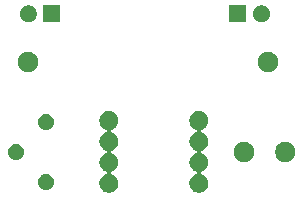
<source format=gbs>
G04 #@! TF.GenerationSoftware,KiCad,Pcbnew,(5.1.5)-3*
G04 #@! TF.CreationDate,2020-05-23T13:54:13+05:30*
G04 #@! TF.ProjectId,555 square wave,35353520-7371-4756-9172-652077617665,rev?*
G04 #@! TF.SameCoordinates,Original*
G04 #@! TF.FileFunction,Soldermask,Bot*
G04 #@! TF.FilePolarity,Negative*
%FSLAX46Y46*%
G04 Gerber Fmt 4.6, Leading zero omitted, Abs format (unit mm)*
G04 Created by KiCad (PCBNEW (5.1.5)-3) date 2020-05-23 13:54:13*
%MOMM*%
%LPD*%
G04 APERTURE LIST*
%ADD10C,0.100000*%
G04 APERTURE END LIST*
D10*
G36*
X127487642Y-99190781D02*
G01*
X127633414Y-99251162D01*
X127633416Y-99251163D01*
X127764608Y-99338822D01*
X127876178Y-99450392D01*
X127940750Y-99547032D01*
X127963838Y-99581586D01*
X128024219Y-99727358D01*
X128055000Y-99882107D01*
X128055000Y-100039893D01*
X128024219Y-100194642D01*
X127963838Y-100340414D01*
X127963837Y-100340416D01*
X127876178Y-100471608D01*
X127764608Y-100583178D01*
X127633416Y-100670837D01*
X127633415Y-100670838D01*
X127633414Y-100670838D01*
X127489339Y-100730516D01*
X127467728Y-100742067D01*
X127448786Y-100757612D01*
X127433241Y-100776554D01*
X127421690Y-100798165D01*
X127414577Y-100821614D01*
X127412175Y-100846000D01*
X127414577Y-100870386D01*
X127421690Y-100893835D01*
X127433241Y-100915446D01*
X127448786Y-100934388D01*
X127467728Y-100949933D01*
X127489339Y-100961484D01*
X127633414Y-101021162D01*
X127633416Y-101021163D01*
X127764608Y-101108822D01*
X127876178Y-101220392D01*
X127963837Y-101351584D01*
X127963838Y-101351586D01*
X128024219Y-101497358D01*
X128055000Y-101652107D01*
X128055000Y-101809893D01*
X128024219Y-101964642D01*
X128004393Y-102012505D01*
X127963837Y-102110416D01*
X127876178Y-102241608D01*
X127764608Y-102353178D01*
X127633416Y-102440837D01*
X127633415Y-102440838D01*
X127633414Y-102440838D01*
X127489339Y-102500516D01*
X127467728Y-102512067D01*
X127448786Y-102527612D01*
X127433241Y-102546554D01*
X127421690Y-102568165D01*
X127414577Y-102591614D01*
X127412175Y-102616000D01*
X127414577Y-102640386D01*
X127421690Y-102663835D01*
X127433241Y-102685446D01*
X127448786Y-102704388D01*
X127467728Y-102719933D01*
X127489339Y-102731484D01*
X127633414Y-102791162D01*
X127633416Y-102791163D01*
X127764608Y-102878822D01*
X127876178Y-102990392D01*
X127916081Y-103050112D01*
X127963838Y-103121586D01*
X128024219Y-103267358D01*
X128055000Y-103422107D01*
X128055000Y-103579893D01*
X128024219Y-103734642D01*
X127963838Y-103880414D01*
X127963837Y-103880416D01*
X127876178Y-104011608D01*
X127764608Y-104123178D01*
X127633416Y-104210837D01*
X127633415Y-104210838D01*
X127633414Y-104210838D01*
X127489339Y-104270516D01*
X127467728Y-104282067D01*
X127448786Y-104297612D01*
X127433241Y-104316554D01*
X127421690Y-104338165D01*
X127414577Y-104361614D01*
X127412175Y-104386000D01*
X127414577Y-104410386D01*
X127421690Y-104433835D01*
X127433241Y-104455446D01*
X127448786Y-104474388D01*
X127467728Y-104489933D01*
X127489339Y-104501484D01*
X127633414Y-104561162D01*
X127633416Y-104561163D01*
X127764608Y-104648822D01*
X127876178Y-104760392D01*
X127924977Y-104833426D01*
X127963838Y-104891586D01*
X128024219Y-105037358D01*
X128055000Y-105192107D01*
X128055000Y-105349893D01*
X128024219Y-105504642D01*
X127988816Y-105590112D01*
X127963837Y-105650416D01*
X127876178Y-105781608D01*
X127764608Y-105893178D01*
X127633416Y-105980837D01*
X127633415Y-105980838D01*
X127633414Y-105980838D01*
X127487642Y-106041219D01*
X127332893Y-106072000D01*
X127175107Y-106072000D01*
X127020358Y-106041219D01*
X126874586Y-105980838D01*
X126874585Y-105980838D01*
X126874584Y-105980837D01*
X126743392Y-105893178D01*
X126631822Y-105781608D01*
X126544163Y-105650416D01*
X126519184Y-105590112D01*
X126483781Y-105504642D01*
X126453000Y-105349893D01*
X126453000Y-105192107D01*
X126483781Y-105037358D01*
X126544162Y-104891586D01*
X126583023Y-104833426D01*
X126631822Y-104760392D01*
X126743392Y-104648822D01*
X126874584Y-104561163D01*
X126874586Y-104561162D01*
X127018661Y-104501484D01*
X127040272Y-104489933D01*
X127059214Y-104474388D01*
X127074759Y-104455446D01*
X127086310Y-104433835D01*
X127093423Y-104410386D01*
X127095825Y-104386000D01*
X127093423Y-104361614D01*
X127086310Y-104338165D01*
X127074759Y-104316554D01*
X127059214Y-104297612D01*
X127040272Y-104282067D01*
X127018661Y-104270516D01*
X126874586Y-104210838D01*
X126874585Y-104210838D01*
X126874584Y-104210837D01*
X126743392Y-104123178D01*
X126631822Y-104011608D01*
X126544163Y-103880416D01*
X126544162Y-103880414D01*
X126483781Y-103734642D01*
X126453000Y-103579893D01*
X126453000Y-103422107D01*
X126483781Y-103267358D01*
X126544162Y-103121586D01*
X126591919Y-103050112D01*
X126631822Y-102990392D01*
X126743392Y-102878822D01*
X126874584Y-102791163D01*
X126874586Y-102791162D01*
X127018661Y-102731484D01*
X127040272Y-102719933D01*
X127059214Y-102704388D01*
X127074759Y-102685446D01*
X127086310Y-102663835D01*
X127093423Y-102640386D01*
X127095825Y-102616000D01*
X127093423Y-102591614D01*
X127086310Y-102568165D01*
X127074759Y-102546554D01*
X127059214Y-102527612D01*
X127040272Y-102512067D01*
X127018661Y-102500516D01*
X126874586Y-102440838D01*
X126874585Y-102440838D01*
X126874584Y-102440837D01*
X126743392Y-102353178D01*
X126631822Y-102241608D01*
X126544163Y-102110416D01*
X126503607Y-102012505D01*
X126483781Y-101964642D01*
X126453000Y-101809893D01*
X126453000Y-101652107D01*
X126483781Y-101497358D01*
X126544162Y-101351586D01*
X126544163Y-101351584D01*
X126631822Y-101220392D01*
X126743392Y-101108822D01*
X126874584Y-101021163D01*
X126874586Y-101021162D01*
X127018661Y-100961484D01*
X127040272Y-100949933D01*
X127059214Y-100934388D01*
X127074759Y-100915446D01*
X127086310Y-100893835D01*
X127093423Y-100870386D01*
X127095825Y-100846000D01*
X127093423Y-100821614D01*
X127086310Y-100798165D01*
X127074759Y-100776554D01*
X127059214Y-100757612D01*
X127040272Y-100742067D01*
X127018661Y-100730516D01*
X126874586Y-100670838D01*
X126874585Y-100670838D01*
X126874584Y-100670837D01*
X126743392Y-100583178D01*
X126631822Y-100471608D01*
X126544163Y-100340416D01*
X126544162Y-100340414D01*
X126483781Y-100194642D01*
X126453000Y-100039893D01*
X126453000Y-99882107D01*
X126483781Y-99727358D01*
X126544162Y-99581586D01*
X126567250Y-99547032D01*
X126631822Y-99450392D01*
X126743392Y-99338822D01*
X126874584Y-99251163D01*
X126874586Y-99251162D01*
X127020358Y-99190781D01*
X127175107Y-99160000D01*
X127332893Y-99160000D01*
X127487642Y-99190781D01*
G37*
G36*
X135107642Y-99190781D02*
G01*
X135253414Y-99251162D01*
X135253416Y-99251163D01*
X135384608Y-99338822D01*
X135496178Y-99450392D01*
X135560750Y-99547032D01*
X135583838Y-99581586D01*
X135644219Y-99727358D01*
X135675000Y-99882107D01*
X135675000Y-100039893D01*
X135644219Y-100194642D01*
X135583838Y-100340414D01*
X135583837Y-100340416D01*
X135496178Y-100471608D01*
X135384608Y-100583178D01*
X135253416Y-100670837D01*
X135253415Y-100670838D01*
X135253414Y-100670838D01*
X135109339Y-100730516D01*
X135087728Y-100742067D01*
X135068786Y-100757612D01*
X135053241Y-100776554D01*
X135041690Y-100798165D01*
X135034577Y-100821614D01*
X135032175Y-100846000D01*
X135034577Y-100870386D01*
X135041690Y-100893835D01*
X135053241Y-100915446D01*
X135068786Y-100934388D01*
X135087728Y-100949933D01*
X135109339Y-100961484D01*
X135253414Y-101021162D01*
X135253416Y-101021163D01*
X135384608Y-101108822D01*
X135496178Y-101220392D01*
X135583837Y-101351584D01*
X135583838Y-101351586D01*
X135644219Y-101497358D01*
X135675000Y-101652107D01*
X135675000Y-101809893D01*
X135644219Y-101964642D01*
X135624393Y-102012505D01*
X135583837Y-102110416D01*
X135496178Y-102241608D01*
X135384608Y-102353178D01*
X135253416Y-102440837D01*
X135253415Y-102440838D01*
X135253414Y-102440838D01*
X135109339Y-102500516D01*
X135087728Y-102512067D01*
X135068786Y-102527612D01*
X135053241Y-102546554D01*
X135041690Y-102568165D01*
X135034577Y-102591614D01*
X135032175Y-102616000D01*
X135034577Y-102640386D01*
X135041690Y-102663835D01*
X135053241Y-102685446D01*
X135068786Y-102704388D01*
X135087728Y-102719933D01*
X135109339Y-102731484D01*
X135253414Y-102791162D01*
X135253416Y-102791163D01*
X135384608Y-102878822D01*
X135496178Y-102990392D01*
X135536081Y-103050112D01*
X135583838Y-103121586D01*
X135644219Y-103267358D01*
X135675000Y-103422107D01*
X135675000Y-103579893D01*
X135644219Y-103734642D01*
X135583838Y-103880414D01*
X135583837Y-103880416D01*
X135496178Y-104011608D01*
X135384608Y-104123178D01*
X135253416Y-104210837D01*
X135253415Y-104210838D01*
X135253414Y-104210838D01*
X135109339Y-104270516D01*
X135087728Y-104282067D01*
X135068786Y-104297612D01*
X135053241Y-104316554D01*
X135041690Y-104338165D01*
X135034577Y-104361614D01*
X135032175Y-104386000D01*
X135034577Y-104410386D01*
X135041690Y-104433835D01*
X135053241Y-104455446D01*
X135068786Y-104474388D01*
X135087728Y-104489933D01*
X135109339Y-104501484D01*
X135253414Y-104561162D01*
X135253416Y-104561163D01*
X135384608Y-104648822D01*
X135496178Y-104760392D01*
X135544977Y-104833426D01*
X135583838Y-104891586D01*
X135644219Y-105037358D01*
X135675000Y-105192107D01*
X135675000Y-105349893D01*
X135644219Y-105504642D01*
X135608816Y-105590112D01*
X135583837Y-105650416D01*
X135496178Y-105781608D01*
X135384608Y-105893178D01*
X135253416Y-105980837D01*
X135253415Y-105980838D01*
X135253414Y-105980838D01*
X135107642Y-106041219D01*
X134952893Y-106072000D01*
X134795107Y-106072000D01*
X134640358Y-106041219D01*
X134494586Y-105980838D01*
X134494585Y-105980838D01*
X134494584Y-105980837D01*
X134363392Y-105893178D01*
X134251822Y-105781608D01*
X134164163Y-105650416D01*
X134139184Y-105590112D01*
X134103781Y-105504642D01*
X134073000Y-105349893D01*
X134073000Y-105192107D01*
X134103781Y-105037358D01*
X134164162Y-104891586D01*
X134203023Y-104833426D01*
X134251822Y-104760392D01*
X134363392Y-104648822D01*
X134494584Y-104561163D01*
X134494586Y-104561162D01*
X134638661Y-104501484D01*
X134660272Y-104489933D01*
X134679214Y-104474388D01*
X134694759Y-104455446D01*
X134706310Y-104433835D01*
X134713423Y-104410386D01*
X134715825Y-104386000D01*
X134713423Y-104361614D01*
X134706310Y-104338165D01*
X134694759Y-104316554D01*
X134679214Y-104297612D01*
X134660272Y-104282067D01*
X134638661Y-104270516D01*
X134494586Y-104210838D01*
X134494585Y-104210838D01*
X134494584Y-104210837D01*
X134363392Y-104123178D01*
X134251822Y-104011608D01*
X134164163Y-103880416D01*
X134164162Y-103880414D01*
X134103781Y-103734642D01*
X134073000Y-103579893D01*
X134073000Y-103422107D01*
X134103781Y-103267358D01*
X134164162Y-103121586D01*
X134211919Y-103050112D01*
X134251822Y-102990392D01*
X134363392Y-102878822D01*
X134494584Y-102791163D01*
X134494586Y-102791162D01*
X134638661Y-102731484D01*
X134660272Y-102719933D01*
X134679214Y-102704388D01*
X134694759Y-102685446D01*
X134706310Y-102663835D01*
X134713423Y-102640386D01*
X134715825Y-102616000D01*
X134713423Y-102591614D01*
X134706310Y-102568165D01*
X134694759Y-102546554D01*
X134679214Y-102527612D01*
X134660272Y-102512067D01*
X134638661Y-102500516D01*
X134494586Y-102440838D01*
X134494585Y-102440838D01*
X134494584Y-102440837D01*
X134363392Y-102353178D01*
X134251822Y-102241608D01*
X134164163Y-102110416D01*
X134123607Y-102012505D01*
X134103781Y-101964642D01*
X134073000Y-101809893D01*
X134073000Y-101652107D01*
X134103781Y-101497358D01*
X134164162Y-101351586D01*
X134164163Y-101351584D01*
X134251822Y-101220392D01*
X134363392Y-101108822D01*
X134494584Y-101021163D01*
X134494586Y-101021162D01*
X134638661Y-100961484D01*
X134660272Y-100949933D01*
X134679214Y-100934388D01*
X134694759Y-100915446D01*
X134706310Y-100893835D01*
X134713423Y-100870386D01*
X134715825Y-100846000D01*
X134713423Y-100821614D01*
X134706310Y-100798165D01*
X134694759Y-100776554D01*
X134679214Y-100757612D01*
X134660272Y-100742067D01*
X134638661Y-100730516D01*
X134494586Y-100670838D01*
X134494585Y-100670838D01*
X134494584Y-100670837D01*
X134363392Y-100583178D01*
X134251822Y-100471608D01*
X134164163Y-100340416D01*
X134164162Y-100340414D01*
X134103781Y-100194642D01*
X134073000Y-100039893D01*
X134073000Y-99882107D01*
X134103781Y-99727358D01*
X134164162Y-99581586D01*
X134187250Y-99547032D01*
X134251822Y-99450392D01*
X134363392Y-99338822D01*
X134494584Y-99251163D01*
X134494586Y-99251162D01*
X134640358Y-99190781D01*
X134795107Y-99160000D01*
X134952893Y-99160000D01*
X135107642Y-99190781D01*
G37*
G36*
X122118639Y-104501170D02*
G01*
X122242573Y-104552505D01*
X122297964Y-104589516D01*
X122354112Y-104627033D01*
X122448967Y-104721888D01*
X122448968Y-104721890D01*
X122523495Y-104833427D01*
X122574830Y-104957361D01*
X122601000Y-105088926D01*
X122601000Y-105223074D01*
X122574830Y-105354639D01*
X122523495Y-105478573D01*
X122523494Y-105478574D01*
X122448967Y-105590112D01*
X122354112Y-105684967D01*
X122297964Y-105722484D01*
X122242573Y-105759495D01*
X122118639Y-105810830D01*
X121987074Y-105837000D01*
X121852926Y-105837000D01*
X121721361Y-105810830D01*
X121597427Y-105759495D01*
X121542036Y-105722484D01*
X121485888Y-105684967D01*
X121391033Y-105590112D01*
X121316506Y-105478574D01*
X121316505Y-105478573D01*
X121265170Y-105354639D01*
X121239000Y-105223074D01*
X121239000Y-105088926D01*
X121265170Y-104957361D01*
X121316505Y-104833427D01*
X121391032Y-104721890D01*
X121391033Y-104721888D01*
X121485888Y-104627033D01*
X121542036Y-104589516D01*
X121597427Y-104552505D01*
X121721361Y-104501170D01*
X121852926Y-104475000D01*
X121987074Y-104475000D01*
X122118639Y-104501170D01*
G37*
G36*
X138932228Y-101797703D02*
G01*
X139087100Y-101861853D01*
X139226481Y-101954985D01*
X139345015Y-102073519D01*
X139438147Y-102212900D01*
X139502297Y-102367772D01*
X139535000Y-102532184D01*
X139535000Y-102699816D01*
X139502297Y-102864228D01*
X139438147Y-103019100D01*
X139345015Y-103158481D01*
X139226481Y-103277015D01*
X139087100Y-103370147D01*
X138932228Y-103434297D01*
X138767816Y-103467000D01*
X138600184Y-103467000D01*
X138435772Y-103434297D01*
X138280900Y-103370147D01*
X138141519Y-103277015D01*
X138022985Y-103158481D01*
X137929853Y-103019100D01*
X137865703Y-102864228D01*
X137833000Y-102699816D01*
X137833000Y-102532184D01*
X137865703Y-102367772D01*
X137929853Y-102212900D01*
X138022985Y-102073519D01*
X138141519Y-101954985D01*
X138280900Y-101861853D01*
X138435772Y-101797703D01*
X138600184Y-101765000D01*
X138767816Y-101765000D01*
X138932228Y-101797703D01*
G37*
G36*
X142432228Y-101797703D02*
G01*
X142587100Y-101861853D01*
X142726481Y-101954985D01*
X142845015Y-102073519D01*
X142938147Y-102212900D01*
X143002297Y-102367772D01*
X143035000Y-102532184D01*
X143035000Y-102699816D01*
X143002297Y-102864228D01*
X142938147Y-103019100D01*
X142845015Y-103158481D01*
X142726481Y-103277015D01*
X142587100Y-103370147D01*
X142432228Y-103434297D01*
X142267816Y-103467000D01*
X142100184Y-103467000D01*
X141935772Y-103434297D01*
X141780900Y-103370147D01*
X141641519Y-103277015D01*
X141522985Y-103158481D01*
X141429853Y-103019100D01*
X141365703Y-102864228D01*
X141333000Y-102699816D01*
X141333000Y-102532184D01*
X141365703Y-102367772D01*
X141429853Y-102212900D01*
X141522985Y-102073519D01*
X141641519Y-101954985D01*
X141780900Y-101861853D01*
X141935772Y-101797703D01*
X142100184Y-101765000D01*
X142267816Y-101765000D01*
X142432228Y-101797703D01*
G37*
G36*
X119578639Y-101961170D02*
G01*
X119702573Y-102012505D01*
X119702574Y-102012506D01*
X119814112Y-102087033D01*
X119908967Y-102181888D01*
X119908968Y-102181890D01*
X119983495Y-102293427D01*
X120034830Y-102417361D01*
X120061000Y-102548926D01*
X120061000Y-102683074D01*
X120034830Y-102814639D01*
X119983495Y-102938573D01*
X119983494Y-102938574D01*
X119908967Y-103050112D01*
X119814112Y-103144967D01*
X119757964Y-103182484D01*
X119702573Y-103219495D01*
X119578639Y-103270830D01*
X119447074Y-103297000D01*
X119312926Y-103297000D01*
X119181361Y-103270830D01*
X119057427Y-103219495D01*
X119002036Y-103182484D01*
X118945888Y-103144967D01*
X118851033Y-103050112D01*
X118776506Y-102938574D01*
X118776505Y-102938573D01*
X118725170Y-102814639D01*
X118699000Y-102683074D01*
X118699000Y-102548926D01*
X118725170Y-102417361D01*
X118776505Y-102293427D01*
X118851032Y-102181890D01*
X118851033Y-102181888D01*
X118945888Y-102087033D01*
X119057426Y-102012506D01*
X119057427Y-102012505D01*
X119181361Y-101961170D01*
X119312926Y-101935000D01*
X119447074Y-101935000D01*
X119578639Y-101961170D01*
G37*
G36*
X122118639Y-99421170D02*
G01*
X122242573Y-99472505D01*
X122242574Y-99472506D01*
X122354112Y-99547033D01*
X122448967Y-99641888D01*
X122448968Y-99641890D01*
X122523495Y-99753427D01*
X122574830Y-99877361D01*
X122601000Y-100008926D01*
X122601000Y-100143074D01*
X122574830Y-100274639D01*
X122523495Y-100398573D01*
X122523494Y-100398574D01*
X122448967Y-100510112D01*
X122354112Y-100604967D01*
X122297964Y-100642484D01*
X122242573Y-100679495D01*
X122118639Y-100730830D01*
X121987074Y-100757000D01*
X121852926Y-100757000D01*
X121721361Y-100730830D01*
X121597427Y-100679495D01*
X121542036Y-100642484D01*
X121485888Y-100604967D01*
X121391033Y-100510112D01*
X121316506Y-100398574D01*
X121316505Y-100398573D01*
X121265170Y-100274639D01*
X121239000Y-100143074D01*
X121239000Y-100008926D01*
X121265170Y-99877361D01*
X121316505Y-99753427D01*
X121391032Y-99641890D01*
X121391033Y-99641888D01*
X121485888Y-99547033D01*
X121597426Y-99472506D01*
X121597427Y-99472505D01*
X121721361Y-99421170D01*
X121852926Y-99395000D01*
X121987074Y-99395000D01*
X122118639Y-99421170D01*
G37*
G36*
X120644228Y-94177703D02*
G01*
X120799100Y-94241853D01*
X120938481Y-94334985D01*
X121057015Y-94453519D01*
X121150147Y-94592900D01*
X121214297Y-94747772D01*
X121247000Y-94912184D01*
X121247000Y-95079816D01*
X121214297Y-95244228D01*
X121150147Y-95399100D01*
X121057015Y-95538481D01*
X120938481Y-95657015D01*
X120799100Y-95750147D01*
X120644228Y-95814297D01*
X120479816Y-95847000D01*
X120312184Y-95847000D01*
X120147772Y-95814297D01*
X119992900Y-95750147D01*
X119853519Y-95657015D01*
X119734985Y-95538481D01*
X119641853Y-95399100D01*
X119577703Y-95244228D01*
X119545000Y-95079816D01*
X119545000Y-94912184D01*
X119577703Y-94747772D01*
X119641853Y-94592900D01*
X119734985Y-94453519D01*
X119853519Y-94334985D01*
X119992900Y-94241853D01*
X120147772Y-94177703D01*
X120312184Y-94145000D01*
X120479816Y-94145000D01*
X120644228Y-94177703D01*
G37*
G36*
X140964228Y-94177703D02*
G01*
X141119100Y-94241853D01*
X141258481Y-94334985D01*
X141377015Y-94453519D01*
X141470147Y-94592900D01*
X141534297Y-94747772D01*
X141567000Y-94912184D01*
X141567000Y-95079816D01*
X141534297Y-95244228D01*
X141470147Y-95399100D01*
X141377015Y-95538481D01*
X141258481Y-95657015D01*
X141119100Y-95750147D01*
X140964228Y-95814297D01*
X140799816Y-95847000D01*
X140632184Y-95847000D01*
X140467772Y-95814297D01*
X140312900Y-95750147D01*
X140173519Y-95657015D01*
X140054985Y-95538481D01*
X139961853Y-95399100D01*
X139897703Y-95244228D01*
X139865000Y-95079816D01*
X139865000Y-94912184D01*
X139897703Y-94747772D01*
X139961853Y-94592900D01*
X140054985Y-94453519D01*
X140173519Y-94334985D01*
X140312900Y-94241853D01*
X140467772Y-94177703D01*
X140632184Y-94145000D01*
X140799816Y-94145000D01*
X140964228Y-94177703D01*
G37*
G36*
X123154000Y-91658000D02*
G01*
X121702000Y-91658000D01*
X121702000Y-90206000D01*
X123154000Y-90206000D01*
X123154000Y-91658000D01*
G37*
G36*
X140387766Y-90233899D02*
G01*
X140519888Y-90288626D01*
X140519890Y-90288627D01*
X140638798Y-90368079D01*
X140739921Y-90469202D01*
X140739922Y-90469204D01*
X140819374Y-90588112D01*
X140874101Y-90720234D01*
X140902000Y-90860494D01*
X140902000Y-91003506D01*
X140874101Y-91143766D01*
X140819374Y-91275888D01*
X140819373Y-91275890D01*
X140739921Y-91394798D01*
X140638798Y-91495921D01*
X140519890Y-91575373D01*
X140519889Y-91575374D01*
X140519888Y-91575374D01*
X140387766Y-91630101D01*
X140247506Y-91658000D01*
X140104494Y-91658000D01*
X139964234Y-91630101D01*
X139832112Y-91575374D01*
X139832111Y-91575374D01*
X139832110Y-91575373D01*
X139713202Y-91495921D01*
X139612079Y-91394798D01*
X139532627Y-91275890D01*
X139532626Y-91275888D01*
X139477899Y-91143766D01*
X139450000Y-91003506D01*
X139450000Y-90860494D01*
X139477899Y-90720234D01*
X139532626Y-90588112D01*
X139612078Y-90469204D01*
X139612079Y-90469202D01*
X139713202Y-90368079D01*
X139832110Y-90288627D01*
X139832112Y-90288626D01*
X139964234Y-90233899D01*
X140104494Y-90206000D01*
X140247506Y-90206000D01*
X140387766Y-90233899D01*
G37*
G36*
X138902000Y-91658000D02*
G01*
X137450000Y-91658000D01*
X137450000Y-90206000D01*
X138902000Y-90206000D01*
X138902000Y-91658000D01*
G37*
G36*
X120639766Y-90233899D02*
G01*
X120771888Y-90288626D01*
X120771890Y-90288627D01*
X120890798Y-90368079D01*
X120991921Y-90469202D01*
X120991922Y-90469204D01*
X121071374Y-90588112D01*
X121126101Y-90720234D01*
X121154000Y-90860494D01*
X121154000Y-91003506D01*
X121126101Y-91143766D01*
X121071374Y-91275888D01*
X121071373Y-91275890D01*
X120991921Y-91394798D01*
X120890798Y-91495921D01*
X120771890Y-91575373D01*
X120771889Y-91575374D01*
X120771888Y-91575374D01*
X120639766Y-91630101D01*
X120499506Y-91658000D01*
X120356494Y-91658000D01*
X120216234Y-91630101D01*
X120084112Y-91575374D01*
X120084111Y-91575374D01*
X120084110Y-91575373D01*
X119965202Y-91495921D01*
X119864079Y-91394798D01*
X119784627Y-91275890D01*
X119784626Y-91275888D01*
X119729899Y-91143766D01*
X119702000Y-91003506D01*
X119702000Y-90860494D01*
X119729899Y-90720234D01*
X119784626Y-90588112D01*
X119864078Y-90469204D01*
X119864079Y-90469202D01*
X119965202Y-90368079D01*
X120084110Y-90288627D01*
X120084112Y-90288626D01*
X120216234Y-90233899D01*
X120356494Y-90206000D01*
X120499506Y-90206000D01*
X120639766Y-90233899D01*
G37*
M02*

</source>
